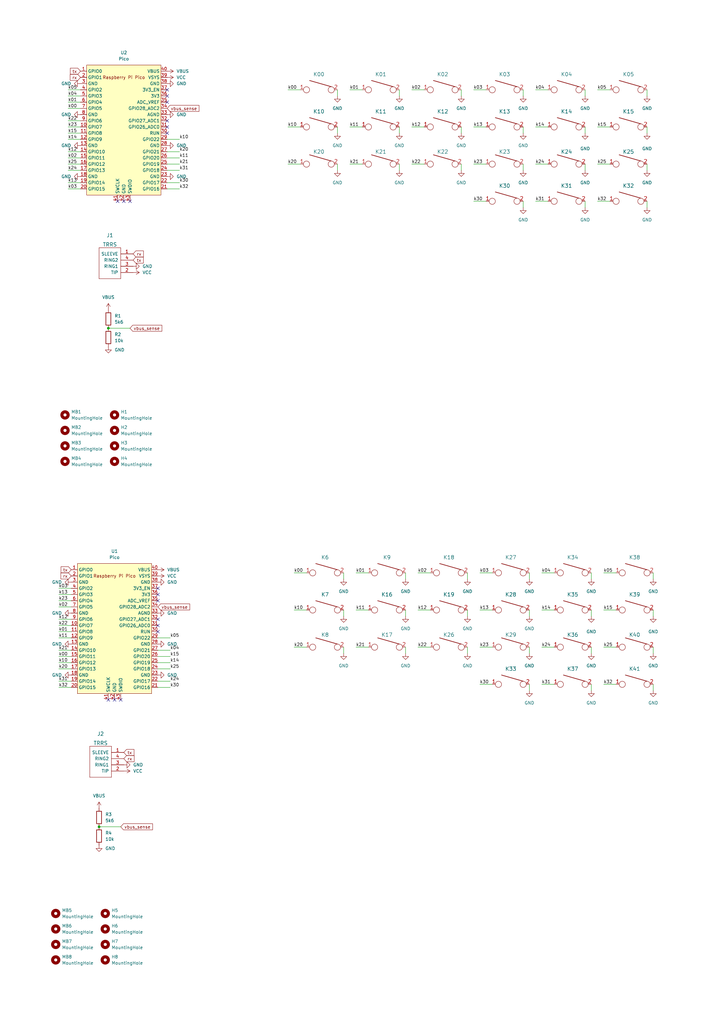
<source format=kicad_sch>
(kicad_sch (version 20231120) (generator "eeschema") (generator_version "8.0")
  (paper "A3" portrait)
  (title_block (rev "rev1.0"))
  (lib_symbols
    (symbol "Device:R" (pin_numbers hide) (pin_names (offset 0))
      (property "Reference" "R" (at 2.032 0 90))
      (property "Value" "R" (at 0 0 90))
      (symbol "R_0_1"
        (rectangle (start -1.016 -2.54) (end 1.016 2.54) (stroke (width 0.254)))
      )
      (symbol "R_1_1"
        (pin passive line (at 0 3.81 270) (length 1.27) (name "~") (number "1"))
        (pin passive line (at 0 -3.81 90) (length 1.27) (name "~") (number "2"))
      )
    )
    (symbol "KiCad-RP-Pico:Pico"
      (property "Reference" "U" (at -13.97 27.94 0))
      (property "Value" "Pico" (at 0 19.05 0))
      (symbol "Pico_0_0"
        (text "Raspberry Pi Pico" (at 0 21.59 0) (effects (font (size 1.27 1.27))))
      )
      (symbol "Pico_0_1"
        (rectangle (start -15.24 26.67) (end 15.24 -26.67) (fill (type background)))
      )
      (symbol "Pico_1_1"
        (pin bidirectional line (at -17.78 24.13 0) (length 2.54) (name "GPIO0") (number "1"))
        (pin bidirectional line (at -17.78 1.27 0) (length 2.54) (name "GPIO7") (number "10"))
        (pin bidirectional line (at -17.78 -1.27 0) (length 2.54) (name "GPIO8") (number "11"))
        (pin bidirectional line (at -17.78 -3.81 0) (length 2.54) (name "GPIO9") (number "12"))
        (pin power_in line (at -17.78 -6.35 0) (length 2.54) (name "GND") (number "13"))
        (pin bidirectional line (at -17.78 -8.89 0) (length 2.54) (name "GPIO10") (number "14"))
        (pin bidirectional line (at -17.78 -11.43 0) (length 2.54) (name "GPIO11") (number "15"))
        (pin bidirectional line (at -17.78 -13.97 0) (length 2.54) (name "GPIO12") (number "16"))
        (pin bidirectional line (at -17.78 -16.51 0) (length 2.54) (name "GPIO13") (number "17"))
        (pin power_in line (at -17.78 -19.05 0) (length 2.54) (name "GND") (number "18"))
        (pin bidirectional line (at -17.78 -21.59 0) (length 2.54) (name "GPIO14") (number "19"))
        (pin bidirectional line (at -17.78 21.59 0) (length 2.54) (name "GPIO1") (number "2"))
        (pin bidirectional line (at -17.78 -24.13 0) (length 2.54) (name "GPIO15") (number "20"))
        (pin bidirectional line (at 17.78 -24.13 180) (length 2.54) (name "GPIO16") (number "21"))
        (pin bidirectional line (at 17.78 -21.59 180) (length 2.54) (name "GPIO17") (number "22"))
        (pin power_in line (at 17.78 -19.05 180) (length 2.54) (name "GND") (number "23"))
        (pin bidirectional line (at 17.78 -16.51 180) (length 2.54) (name "GPIO18") (number "24"))
        (pin bidirectional line (at 17.78 -13.97 180) (length 2.54) (name "GPIO19") (number "25"))
        (pin bidirectional line (at 17.78 -11.43 180) (length 2.54) (name "GPIO20") (number "26"))
        (pin bidirectional line (at 17.78 -8.89 180) (length 2.54) (name "GPIO21") (number "27"))
        (pin power_in line (at 17.78 -6.35 180) (length 2.54) (name "GND") (number "28"))
        (pin bidirectional line (at 17.78 -3.81 180) (length 2.54) (name "GPIO22") (number "29"))
        (pin power_in line (at -17.78 19.05 0) (length 2.54) (name "GND") (number "3"))
        (pin input line (at 17.78 -1.27 180) (length 2.54) (name "RUN") (number "30"))
        (pin bidirectional line (at 17.78 1.27 180) (length 2.54) (name "GPIO26_ADC0") (number "31"))
        (pin bidirectional line (at 17.78 3.81 180) (length 2.54) (name "GPIO27_ADC1") (number "32"))
        (pin power_in line (at 17.78 6.35 180) (length 2.54) (name "AGND") (number "33"))
        (pin bidirectional line (at 17.78 8.89 180) (length 2.54) (name "GPIO28_ADC2") (number "34"))
        (pin power_in line (at 17.78 11.43 180) (length 2.54) (name "ADC_VREF") (number "35"))
        (pin power_in line (at 17.78 13.97 180) (length 2.54) (name "3V3") (number "36"))
        (pin input line (at 17.78 16.51 180) (length 2.54) (name "3V3_EN") (number "37"))
        (pin bidirectional line (at 17.78 19.05 180) (length 2.54) (name "GND") (number "38"))
        (pin power_in line (at 17.78 21.59 180) (length 2.54) (name "VSYS") (number "39"))
        (pin bidirectional line (at -17.78 16.51 0) (length 2.54) (name "GPIO2") (number "4"))
        (pin power_in line (at 17.78 24.13 180) (length 2.54) (name "VBUS") (number "40"))
        (pin input line (at -2.54 -29.21 90) (length 2.54) (name "SWCLK") (number "41"))
        (pin power_in line (at 0 -29.21 90) (length 2.54) (name "GND") (number "42"))
        (pin bidirectional line (at 2.54 -29.21 90) (length 2.54) (name "SWDIO") (number "43"))
        (pin bidirectional line (at -17.78 13.97 0) (length 2.54) (name "GPIO3") (number "5"))
        (pin bidirectional line (at -17.78 11.43 0) (length 2.54) (name "GPIO4") (number "6"))
        (pin bidirectional line (at -17.78 8.89 0) (length 2.54) (name "GPIO5") (number "7"))
        (pin power_in line (at -17.78 6.35 0) (length 2.54) (name "GND") (number "8"))
        (pin bidirectional line (at -17.78 3.81 0) (length 2.54) (name "GPIO6") (number "9"))
      )
    )
    (symbol "Mechanical:MountingHole" (pin_names (offset 1.016))
      (property "Reference" "H" (at 0 5.08 0))
      (property "Value" "MountingHole" (at 0 3.175 0))
      (symbol "MountingHole_0_1"
        (circle (center 0 0) (radius 1.27) (stroke (width 1.27)))
      )
    )
    (symbol "keebio:TRRS" (pin_names (offset 1.016))
      (property "Reference" "U" (at 0 15.24 0))
      (property "Value" "TRRS" (at 0 -2.54 0))
      (symbol "TRRS_0_1"
        (rectangle (start -3.81 0) (end -3.81 12.7))
        (rectangle (start -3.81 12.7) (end 5.08 12.7))
        (rectangle (start 5.08 0) (end -3.81 0))
        (rectangle (start 5.08 12.7) (end 5.08 0))
      )
      (symbol "TRRS_1_1"
        (pin input line (at -8.89 2.54 0) (length 5.08) (name "SLEEVE") (number "1"))
        (pin input line (at -8.89 10.16 0) (length 5.08) (name "TIP") (number "2"))
        (pin input line (at -8.89 7.62 0) (length 5.08) (name "RING1") (number "3"))
        (pin input line (at -8.89 5.08 0) (length 5.08) (name "RING2") (number "4"))
      )
    )
    (symbol "keyboard_parts:KEYSW" (pin_names (offset 1.016))
      (property "Reference" "K?" (at -1.27 0 0))
      (symbol "KEYSW_0_1"
        (circle (center -5.08 0) (radius 1.27))
        (polyline (pts (xy -5.08 1.27) (xy 3.81 3.81)) (stroke (width 0.254)))
        (circle (center 5.08 0) (radius 1.27))
      )
      (symbol "KEYSW_1_1"
        (pin passive line (at 7.62 0 180) (length 1.27) (name "~") (number "1"))
        (pin passive line (at -7.62 0 0) (length 1.27) (name "~") (number "2"))
      )
    )
    (symbol "power:GND" (power) (pin_names (offset 0))
      (property "Value" "GND" (at 0 -3.81 0))
      (symbol "GND_0_1"
        (polyline (pts (xy 0 0) (xy 0 -1.27) (xy 1.27 -1.27) (xy 0 -2.54) (xy -1.27 -1.27) (xy 0 -1.27)))
      )
      (symbol "GND_1_1"
        (pin power_in line (at 0 0 270) (length 0) hide (name "GND") (number "1"))
      )
    )
    (symbol "power:VBUS" (power) (pin_names (offset 0))
      (property "Value" "VBUS" (at 0 3.81 0))
      (symbol "VBUS_0_1"
        (polyline (pts (xy -0.762 1.27) (xy 0 2.54)))
        (polyline (pts (xy 0 0) (xy 0 2.54)))
        (polyline (pts (xy 0 2.54) (xy 0.762 1.27)))
      )
      (symbol "VBUS_1_1"
        (pin power_in line (at 0 0 90) (length 0) hide (name "VBUS") (number "1"))
      )
    )
    (symbol "power:VCC" (power) (pin_names (offset 0))
      (property "Value" "VCC" (at 0 3.81 0))
      (symbol "VCC_0_1"
        (polyline (pts (xy -0.762 1.27) (xy 0 2.54)))
        (polyline (pts (xy 0 0) (xy 0 2.54)))
        (polyline (pts (xy 0 2.54) (xy 0.762 1.27)))
      )
      (symbol "VCC_1_1"
        (pin power_in line (at 0 0 90) (length 0) hide (name "VCC") (number "1"))
      )
    )
  )
  (junction (at 40.64 339.09))
  (junction (at 44.45 134.62))
  (no_connect (at 44.45 287.02))
  (no_connect (at 64.77 256.54))
  (no_connect (at 64.77 243.84))
  (no_connect (at 68.58 49.53))
  (no_connect (at 53.34 82.55))
  (no_connect (at 50.8 82.55))
  (no_connect (at 48.26 82.55))
  (no_connect (at 64.77 259.08))
  (no_connect (at 49.53 287.02))
  (no_connect (at 68.58 52.07))
  (no_connect (at 64.77 241.3))
  (no_connect (at 68.58 39.37))
  (no_connect (at 68.58 41.91))
  (no_connect (at 68.58 36.83))
  (no_connect (at 68.58 54.61))
  (no_connect (at 64.77 246.38))
  (no_connect (at 64.77 254))
  (no_connect (at 46.99 287.02))
  (wire (pts (xy 143.51 67.31) (xy 148.59 67.31)))
  (wire (pts (xy 27.94 41.91) (xy 33.02 41.91)))
  (wire (pts (xy 217.17 252.73) (xy 217.17 250.19)))
  (wire (pts (xy 171.45 250.19) (xy 176.53 250.19)))
  (wire (pts (xy 194.31 52.07) (xy 199.39 52.07)))
  (wire (pts (xy 120.65 234.95) (xy 125.73 234.95)))
  (wire (pts (xy 247.65 280.67) (xy 252.73 280.67)))
  (wire (pts (xy 64.77 266.7) (xy 69.85 266.7)))
  (wire (pts (xy 245.11 36.83) (xy 250.19 36.83)))
  (wire (pts (xy 222.25 280.67) (xy 227.33 280.67)))
  (wire (pts (xy 242.57 237.49) (xy 242.57 234.95)))
  (wire (pts (xy 166.37 237.49) (xy 166.37 234.95)))
  (wire (pts (xy 24.13 269.24) (xy 29.21 269.24)))
  (wire (pts (xy 118.11 52.07) (xy 123.19 52.07)))
  (wire (pts (xy 194.31 67.31) (xy 199.39 67.31)))
  (wire (pts (xy 68.58 67.31) (xy 73.66 67.31)))
  (wire (pts (xy 24.13 246.38) (xy 29.21 246.38)))
  (wire (pts (xy 143.51 52.07) (xy 148.59 52.07)))
  (wire (pts (xy 27.94 49.53) (xy 33.02 49.53)))
  (wire (pts (xy 68.58 62.23) (xy 73.66 62.23)))
  (wire (pts (xy 64.77 271.78) (xy 69.85 271.78)))
  (wire (pts (xy 27.94 74.93) (xy 33.02 74.93)))
  (wire (pts (xy 171.45 265.43) (xy 176.53 265.43)))
  (wire (pts (xy 247.65 250.19) (xy 252.73 250.19)))
  (wire (pts (xy 168.91 67.31) (xy 173.99 67.31)))
  (wire (pts (xy 217.17 283.21) (xy 217.17 280.67)))
  (wire (pts (xy 24.13 248.92) (xy 29.21 248.92)))
  (wire (pts (xy 222.25 265.43) (xy 227.33 265.43)))
  (wire (pts (xy 245.11 67.31) (xy 250.19 67.31)))
  (wire (pts (xy 189.23 69.85) (xy 189.23 67.31)))
  (wire (pts (xy 138.43 69.85) (xy 138.43 67.31)))
  (wire (pts (xy 240.03 54.61) (xy 240.03 52.07)))
  (wire (pts (xy 214.63 54.61) (xy 214.63 52.07)))
  (wire (pts (xy 138.43 54.61) (xy 138.43 52.07)))
  (wire (pts (xy 27.94 67.31) (xy 33.02 67.31)))
  (wire (pts (xy 27.94 77.47) (xy 33.02 77.47)))
  (wire (pts (xy 168.91 52.07) (xy 173.99 52.07)))
  (wire (pts (xy 240.03 85.09) (xy 240.03 82.55)))
  (wire (pts (xy 265.43 54.61) (xy 265.43 52.07)))
  (wire (pts (xy 194.31 82.55) (xy 199.39 82.55)))
  (wire (pts (xy 191.77 267.97) (xy 191.77 265.43)))
  (wire (pts (xy 219.71 52.07) (xy 224.79 52.07)))
  (wire (pts (xy 68.58 57.15) (xy 73.66 57.15)))
  (wire (pts (xy 24.13 254) (xy 29.21 254)))
  (wire (pts (xy 222.25 234.95) (xy 227.33 234.95)))
  (wire (pts (xy 194.31 36.83) (xy 199.39 36.83)))
  (wire (pts (xy 214.63 85.09) (xy 214.63 82.55)))
  (wire (pts (xy 265.43 69.85) (xy 265.43 67.31)))
  (wire (pts (xy 118.11 67.31) (xy 123.19 67.31)))
  (wire (pts (xy 247.65 265.43) (xy 252.73 265.43)))
  (wire (pts (xy 27.94 69.85) (xy 33.02 69.85)))
  (wire (pts (xy 27.94 54.61) (xy 33.02 54.61)))
  (wire (pts (xy 138.43 39.37) (xy 138.43 36.83)))
  (wire (pts (xy 189.23 54.61) (xy 189.23 52.07)))
  (wire (pts (xy 163.83 69.85) (xy 163.83 67.31)))
  (wire (pts (xy 247.65 234.95) (xy 252.73 234.95)))
  (wire (pts (xy 64.77 279.4) (xy 69.85 279.4)))
  (wire (pts (xy 240.03 69.85) (xy 240.03 67.31)))
  (wire (pts (xy 146.05 234.95) (xy 151.13 234.95)))
  (wire (pts (xy 242.57 252.73) (xy 242.57 250.19)))
  (wire (pts (xy 120.65 250.19) (xy 125.73 250.19)))
  (wire (pts (xy 140.97 237.49) (xy 140.97 234.95)))
  (wire (pts (xy 146.05 265.43) (xy 151.13 265.43)))
  (wire (pts (xy 219.71 36.83) (xy 224.79 36.83)))
  (wire (pts (xy 118.11 36.83) (xy 123.19 36.83)))
  (wire (pts (xy 27.94 39.37) (xy 33.02 39.37)))
  (wire (pts (xy 27.94 57.15) (xy 33.02 57.15)))
  (wire (pts (xy 196.85 280.67) (xy 201.93 280.67)))
  (wire (pts (xy 163.83 54.61) (xy 163.83 52.07)))
  (wire (pts (xy 24.13 274.32) (xy 29.21 274.32)))
  (wire (pts (xy 168.91 36.83) (xy 173.99 36.83)))
  (wire (pts (xy 64.77 274.32) (xy 69.85 274.32)))
  (wire (pts (xy 191.77 237.49) (xy 191.77 234.95)))
  (wire (pts (xy 191.77 252.73) (xy 191.77 250.19)))
  (wire (pts (xy 267.97 283.21) (xy 267.97 280.67)))
  (wire (pts (xy 217.17 237.49) (xy 217.17 234.95)))
  (wire (pts (xy 68.58 74.93) (xy 73.66 74.93)))
  (wire (pts (xy 196.85 265.43) (xy 201.93 265.43)))
  (wire (pts (xy 166.37 267.97) (xy 166.37 265.43)))
  (wire (pts (xy 242.57 267.97) (xy 242.57 265.43)))
  (wire (pts (xy 222.25 250.19) (xy 227.33 250.19)))
  (wire (pts (xy 24.13 261.62) (xy 29.21 261.62)))
  (wire (pts (xy 196.85 234.95) (xy 201.93 234.95)))
  (wire (pts (xy 24.13 271.78) (xy 29.21 271.78)))
  (wire (pts (xy 24.13 279.4) (xy 29.21 279.4)))
  (wire (pts (xy 64.77 281.94) (xy 69.85 281.94)))
  (wire (pts (xy 27.94 36.83) (xy 33.02 36.83)))
  (wire (pts (xy 27.94 64.77) (xy 33.02 64.77)))
  (wire (pts (xy 40.64 339.09) (xy 49.53 339.09)))
  (wire (pts (xy 64.77 261.62) (xy 69.85 261.62)))
  (wire (pts (xy 24.13 241.3) (xy 29.21 241.3)))
  (wire (pts (xy 44.45 134.62) (xy 53.34 134.62)))
  (wire (pts (xy 120.65 265.43) (xy 125.73 265.43)))
  (wire (pts (xy 68.58 77.47) (xy 73.66 77.47)))
  (wire (pts (xy 189.23 39.37) (xy 189.23 36.83)))
  (wire (pts (xy 245.11 52.07) (xy 250.19 52.07)))
  (wire (pts (xy 27.94 44.45) (xy 33.02 44.45)))
  (wire (pts (xy 219.71 67.31) (xy 224.79 67.31)))
  (wire (pts (xy 68.58 64.77) (xy 73.66 64.77)))
  (wire (pts (xy 146.05 250.19) (xy 151.13 250.19)))
  (wire (pts (xy 24.13 256.54) (xy 29.21 256.54)))
  (wire (pts (xy 163.83 39.37) (xy 163.83 36.83)))
  (wire (pts (xy 196.85 250.19) (xy 201.93 250.19)))
  (wire (pts (xy 140.97 252.73) (xy 140.97 250.19)))
  (wire (pts (xy 219.71 82.55) (xy 224.79 82.55)))
  (wire (pts (xy 166.37 252.73) (xy 166.37 250.19)))
  (wire (pts (xy 140.97 267.97) (xy 140.97 265.43)))
  (wire (pts (xy 265.43 39.37) (xy 265.43 36.83)))
  (wire (pts (xy 24.13 243.84) (xy 29.21 243.84)))
  (wire (pts (xy 240.03 39.37) (xy 240.03 36.83)))
  (wire (pts (xy 245.11 82.55) (xy 250.19 82.55)))
  (wire (pts (xy 217.17 267.97) (xy 217.17 265.43)))
  (wire (pts (xy 267.97 252.73) (xy 267.97 250.19)))
  (wire (pts (xy 267.97 267.97) (xy 267.97 265.43)))
  (wire (pts (xy 24.13 266.7) (xy 29.21 266.7)))
  (wire (pts (xy 267.97 237.49) (xy 267.97 234.95)))
  (wire (pts (xy 64.77 269.24) (xy 69.85 269.24)))
  (wire (pts (xy 24.13 259.08) (xy 29.21 259.08)))
  (wire (pts (xy 214.63 39.37) (xy 214.63 36.83)))
  (wire (pts (xy 27.94 52.07) (xy 33.02 52.07)))
  (wire (pts (xy 27.94 62.23) (xy 33.02 62.23)))
  (wire (pts (xy 143.51 36.83) (xy 148.59 36.83)))
  (wire (pts (xy 24.13 281.94) (xy 29.21 281.94)))
  (wire (pts (xy 171.45 234.95) (xy 176.53 234.95)))
  (wire (pts (xy 68.58 69.85) (xy 73.66 69.85)))
  (wire (pts (xy 242.57 283.21) (xy 242.57 280.67)))
  (wire (pts (xy 265.43 85.09) (xy 265.43 82.55)))
  (wire (pts (xy 214.63 69.85) (xy 214.63 67.31)))
  (label "k11" (at 73.66 64.77 0))
  (label "k25" (at 247.65 265.43 0))
  (label "k21" (at 73.66 67.31 0))
  (label "k11" (at 24.13 261.62 0))
  (label "k24" (at 222.25 265.43 0))
  (label "k14" (at 222.25 250.19 0))
  (label "k31" (at 24.13 279.4 0))
  (label "k24" (at 69.85 279.4 0))
  (label "k13" (at 27.94 74.93 0))
  (label "k03" (at 196.85 234.95 0))
  (label "k30" (at 194.31 82.55 0))
  (label "k02" (at 24.13 248.92 0))
  (label "k20" (at 24.13 274.32 0))
  (label "k02" (at 168.91 36.83 0))
  (label "k25" (at 69.85 274.32 0))
  (label "k04" (at 219.71 36.83 0))
  (label "k15" (at 247.65 250.19 0))
  (label "k20" (at 73.66 62.23 0))
  (label "k21" (at 24.13 266.7 0))
  (label "k00" (at 27.94 44.45 0))
  (label "k02" (at 171.45 234.95 0))
  (label "k01" (at 27.94 41.91 0))
  (label "k00" (at 118.11 36.83 0))
  (label "k20" (at 120.65 265.43 0))
  (label "k32" (at 247.65 280.67 0))
  (label "k23" (at 24.13 246.38 0))
  (label "k03" (at 194.31 36.83 0))
  (label "k30" (at 69.85 281.94 0))
  (label "k15" (at 245.11 52.07 0))
  (label "k23" (at 194.31 67.31 0))
  (label "k14" (at 69.85 271.78 0))
  (label "k13" (at 24.13 243.84 0))
  (label "k10" (at 73.66 57.15 0))
  (label "k24" (at 219.71 67.31 0))
  (label "k30" (at 196.85 280.67 0))
  (label "k05" (at 245.11 36.83 0))
  (label "k32" (at 73.66 77.47 0))
  (label "k00" (at 120.65 234.95 0))
  (label "k12" (at 24.13 254 0))
  (label "k22" (at 168.91 67.31 0))
  (label "k12" (at 171.45 250.19 0))
  (label "k03" (at 27.94 77.47 0))
  (label "k02" (at 27.94 64.77 0))
  (label "k01" (at 143.51 36.83 0))
  (label "k22" (at 27.94 49.53 0))
  (label "k01" (at 146.05 234.95 0))
  (label "k22" (at 171.45 265.43 0))
  (label "k05" (at 69.85 261.62 0))
  (label "k11" (at 146.05 250.19 0))
  (label "k10" (at 118.11 52.07 0))
  (label "k01" (at 24.13 259.08 0))
  (label "k12" (at 27.94 62.23 0))
  (label "k31" (at 222.25 280.67 0))
  (label "k30" (at 73.66 74.93 0))
  (label "k10" (at 120.65 250.19 0))
  (label "k10" (at 24.13 271.78 0))
  (label "k00" (at 24.13 269.24 0))
  (label "k31" (at 73.66 69.85 0))
  (label "k22" (at 24.13 256.54 0))
  (label "k05" (at 247.65 234.95 0))
  (label "k21" (at 146.05 265.43 0))
  (label "k24" (at 27.94 69.85 0))
  (label "k32" (at 245.11 82.55 0))
  (label "k23" (at 196.85 265.43 0))
  (label "k14" (at 219.71 52.07 0))
  (label "k12" (at 168.91 52.07 0))
  (label "k23" (at 27.94 52.07 0))
  (label "k32" (at 24.13 281.94 0))
  (label "k03" (at 24.13 241.3 0))
  (label "k11" (at 143.51 52.07 0))
  (label "k15" (at 27.94 54.61 0))
  (label "k25" (at 27.94 67.31 0))
  (label "k04" (at 27.94 39.37 0))
  (label "k31" (at 219.71 82.55 0))
  (label "k04" (at 222.25 234.95 0))
  (label "k13" (at 194.31 52.07 0))
  (label "k21" (at 143.51 67.31 0))
  (label "k13" (at 196.85 250.19 0))
  (label "k25" (at 245.11 67.31 0))
  (label "k15" (at 69.85 269.24 0))
  (label "k05" (at 27.94 36.83 0))
  (label "k04" (at 69.85 266.7 0))
  (label "k14" (at 27.94 57.15 0))
  (label "k20" (at 118.11 67.31 0))
  (global_label "tx" (shape input) (at 50.8 308.61 0) (property "Intersheetrefs" "${INTERSHEET_REFS}" (effects (hide yes))))
  (global_label "vbus_sense" (shape input) (at 64.77 248.92 0) (property "Intersheetrefs" "${INTERSHEET_REFS}" (effects (hide yes))))
  (global_label "rx" (shape input) (at 29.21 236.22 180) (property "Intersheetrefs" "${INTERSHEET_REFS}" (effects (hide yes))))
  (global_label "rx" (shape input) (at 54.61 104.14 0) (property "Intersheetrefs" "${INTERSHEET_REFS}" (effects (hide yes))))
  (global_label "rx" (shape input) (at 50.8 311.15 0) (property "Intersheetrefs" "${INTERSHEET_REFS}" (effects (hide yes))))
  (global_label "vbus_sense" (shape input) (at 53.34 134.62 0) (property "Intersheetrefs" "${INTERSHEET_REFS}" (effects (hide yes))))
  (global_label "tx" (shape input) (at 54.61 106.68 0) (property "Intersheetrefs" "${INTERSHEET_REFS}" (effects (hide yes))))
  (global_label "tx" (shape input) (at 29.21 233.68 180) (property "Intersheetrefs" "${INTERSHEET_REFS}" (effects (hide yes))))
  (global_label "vbus_sense" (shape input) (at 49.53 339.09 0) (property "Intersheetrefs" "${INTERSHEET_REFS}" (effects (hide yes))))
  (global_label "tx" (shape input) (at 33.02 29.21 180) (property "Intersheetrefs" "${INTERSHEET_REFS}" (effects (hide yes))))
  (global_label "vbus_sense" (shape input) (at 68.58 44.45 0) (property "Intersheetrefs" "${INTERSHEET_REFS}" (effects (hide yes))))
  (global_label "rx" (shape input) (at 33.02 31.75 180) (property "Intersheetrefs" "${INTERSHEET_REFS}" (effects (hide yes))))
  (symbol (lib_id "keyboard_parts:KEYSW") (at 184.15 234.95 0) (mirror y) (unit 1)
    (property "Reference" "K18" (at 184.15 228.6 0) (effects (font (size 1.524 1.524))))
    (property "Value" "KEYSW" (effects (hide yes)))
    (property "Footprint" "keyswitches:SW_PG1350_reversible" (effects (hide yes)))
  )
  (symbol (lib_id "keyboard_parts:KEYSW") (at 257.81 82.55 0) (mirror y) (unit 1)
    (property "Reference" "K32" (at 257.81 76.2 0) (effects (font (size 1.524 1.524))))
    (property "Value" "KEYSW" (effects (hide yes)))
    (property "Footprint" "keyswitches:SW_PG1350_reversible" (effects (hide yes)))
  )
  (symbol (lib_id "power:GND") (at 191.77 237.49 0) (unit 1)
    (property "Reference" "#PWR021" (effects (hide yes)))
    (property "Value" "GND" (at 191.77 242.57 0))
  )
  (symbol (lib_id "Mechanical:MountingHole") (at 26.67 182.88 0) (unit 1)
    (property "Reference" "MB3" (at 29.21 181.6099 0) (effects (justify left)))
    (property "Value" "MountingHole" (at 29.21 184.1499 0) (effects (justify left)))
    (property "Footprint" "beekeeb_lib:mousebites" (effects (hide yes)))
  )
  (symbol (lib_id "power:GND") (at 217.17 252.73 0) (unit 1)
    (property "Reference" "#PWR025" (effects (hide yes)))
    (property "Value" "GND" (at 217.17 257.81 0))
  )
  (symbol (lib_id "power:GND") (at 29.21 251.46 270) (unit 1)
    (property "Reference" "#PWR02" (effects (hide yes)))
    (property "Value" "GND" (at 25.4 251.4599 90) (effects (justify right)))
  )
  (symbol (lib_id "keyboard_parts:KEYSW") (at 234.95 280.67 0) (mirror y) (unit 1)
    (property "Reference" "K37" (at 234.95 274.32 0) (effects (font (size 1.524 1.524))))
    (property "Value" "KEYSW" (effects (hide yes)))
    (property "Footprint" "keyswitches:SW_PG1350_reversible" (effects (hide yes)))
  )
  (symbol (lib_id "power:GND") (at 189.23 54.61 0) (unit 1)
    (property "Reference" "#PWR0104" (effects (hide yes)))
    (property "Value" "GND" (at 189.23 59.69 0))
  )
  (symbol (lib_id "keyboard_parts:KEYSW") (at 209.55 250.19 0) (mirror y) (unit 1)
    (property "Reference" "K28" (at 209.55 243.84 0) (effects (font (size 1.524 1.524))))
    (property "Value" "KEYSW" (effects (hide yes)))
    (property "Footprint" "keyswitches:SW_PG1350_reversible" (effects (hide yes)))
  )
  (symbol (lib_id "Device:R") (at 40.64 335.28 0) (unit 1)
    (property "Reference" "R3" (at 43.18 334.0099 0) (effects (justify left)))
    (property "Value" "5k6" (at 43.18 336.5499 0) (effects (justify left)))
    (property "Footprint" "Resistor_SMD:R_1206_3216Metric_Pad1.30x1.75mm_HandSolder" (effects (hide yes)))
  )
  (symbol (lib_id "power:VBUS") (at 68.58 29.21 270) (unit 1)
    (property "Reference" "#PWR0124" (effects (hide yes)))
    (property "Value" "VBUS" (at 72.39 29.2099 90) (effects (justify left)))
  )
  (symbol (lib_id "keyboard_parts:KEYSW") (at 209.55 265.43 0) (mirror y) (unit 1)
    (property "Reference" "K29" (at 209.55 260.35 0) (effects (font (size 1.524 1.524))))
    (property "Value" "KEYSW" (effects (hide yes)))
    (property "Footprint" "keyswitches:SW_PG1350_reversible" (effects (hide yes)))
  )
  (symbol (lib_id "power:GND") (at 140.97 252.73 0) (unit 1)
    (property "Reference" "#PWR016" (effects (hide yes)))
    (property "Value" "GND" (at 140.97 257.81 0))
  )
  (symbol (lib_id "power:GND") (at 140.97 267.97 0) (unit 1)
    (property "Reference" "#PWR017" (effects (hide yes)))
    (property "Value" "GND" (at 140.97 273.05 0))
  )
  (symbol (lib_id "power:GND") (at 29.21 264.16 270) (unit 1)
    (property "Reference" "#PWR03" (effects (hide yes)))
    (property "Value" "GND" (at 25.4 264.1599 90) (effects (justify right)))
  )
  (symbol (lib_id "power:GND") (at 191.77 267.97 0) (unit 1)
    (property "Reference" "#PWR023" (effects (hide yes)))
    (property "Value" "GND" (at 191.77 273.05 0))
  )
  (symbol (lib_id "Mechanical:MountingHole") (at 22.86 393.7 0) (unit 1)
    (property "Reference" "MB8" (at 25.4 392.4299 0) (effects (justify left)))
    (property "Value" "MountingHole" (at 25.4 394.9699 0) (effects (justify left)))
    (property "Footprint" "beekeeb_lib:mousebites" (effects (hide yes)))
  )
  (symbol (lib_id "keyboard_parts:KEYSW") (at 133.35 250.19 0) (mirror y) (unit 1)
    (property "Reference" "K7" (at 133.35 243.84 0) (effects (font (size 1.524 1.524))))
    (property "Value" "KEYSW" (effects (hide yes)))
    (property "Footprint" "keyswitches:SW_PG1350_reversible" (effects (hide yes)))
  )
  (symbol (lib_id "keyboard_parts:KEYSW") (at 260.35 250.19 0) (mirror y) (unit 1)
    (property "Reference" "K39" (at 260.35 243.84 0) (effects (font (size 1.524 1.524))))
    (property "Value" "KEYSW" (effects (hide yes)))
    (property "Footprint" "keyswitches:SW_PG1350_reversible" (effects (hide yes)))
  )
  (symbol (lib_id "power:GND") (at 40.64 346.71 0) (unit 1)
    (property "Reference" "#PWR06" (effects (hide yes)))
    (property "Value" "GND" (at 43.18 347.9799 0) (effects (justify left)))
  )
  (symbol (lib_id "power:GND") (at 33.02 59.69 270) (unit 1)
    (property "Reference" "#PWR0128" (effects (hide yes)))
    (property "Value" "GND" (at 29.21 59.6899 90) (effects (justify right)))
  )
  (symbol (lib_id "keyboard_parts:KEYSW") (at 232.41 67.31 0) (mirror y) (unit 1)
    (property "Reference" "K24" (at 232.41 62.23 0) (effects (font (size 1.524 1.524))))
    (property "Value" "KEYSW" (effects (hide yes)))
    (property "Footprint" "keyswitches:SW_PG1350_reversible" (effects (hide yes)))
  )
  (symbol (lib_id "power:GND") (at 68.58 46.99 90) (unit 1)
    (property "Reference" "#PWR0111" (effects (hide yes)))
    (property "Value" "GND" (at 72.39 46.9899 90) (effects (justify right)))
  )
  (symbol (lib_id "keyboard_parts:KEYSW") (at 209.55 234.95 0) (mirror y) (unit 1)
    (property "Reference" "K27" (at 209.55 228.6 0) (effects (font (size 1.524 1.524))))
    (property "Value" "KEYSW" (effects (hide yes)))
    (property "Footprint" "keyswitches:SW_PG1350_reversible" (effects (hide yes)))
  )
  (symbol (lib_id "power:GND") (at 54.61 109.22 90) (unit 1)
    (property "Reference" "#PWR0126" (effects (hide yes)))
    (property "Value" "GND" (at 58.42 109.2199 90) (effects (justify right)))
  )
  (symbol (lib_id "power:GND") (at 217.17 267.97 0) (unit 1)
    (property "Reference" "#PWR026" (effects (hide yes)))
    (property "Value" "GND" (at 217.17 273.05 0))
  )
  (symbol (lib_id "keyboard_parts:KEYSW") (at 234.95 234.95 0) (mirror y) (unit 1)
    (property "Reference" "K34" (at 234.95 228.6 0) (effects (font (size 1.524 1.524))))
    (property "Value" "KEYSW" (effects (hide yes)))
    (property "Footprint" "keyswitches:SW_PG1350_reversible" (effects (hide yes)))
  )
  (symbol (lib_id "keyboard_parts:KEYSW") (at 130.81 36.83 0) (mirror y) (unit 1)
    (property "Reference" "K00" (at 130.81 30.48 0) (effects (font (size 1.524 1.524))))
    (property "Value" "KEYSW" (effects (hide yes)))
    (property "Footprint" "keyswitches:SW_PG1350_reversible" (effects (hide yes)))
  )
  (symbol (lib_id "Mechanical:MountingHole") (at 46.99 189.23 0) (unit 1)
    (property "Reference" "H4" (at 49.53 187.9599 0) (effects (justify left)))
    (property "Value" "MountingHole" (at 49.53 190.4999 0) (effects (justify left)))
    (property "Footprint" "beekeeb_lib:MountingHole_2.2mm_M2-8mm" (effects (hide yes)))
  )
  (symbol (lib_id "power:VBUS") (at 44.45 127 0) (unit 1)
    (property "Reference" "#PWR0125" (effects (hide yes)))
    (property "Value" "VBUS" (at 44.45 121.92 0))
  )
  (symbol (lib_id "power:GND") (at 166.37 252.73 0) (unit 1)
    (property "Reference" "#PWR019" (effects (hide yes)))
    (property "Value" "GND" (at 166.37 257.81 0))
  )
  (symbol (lib_id "keyboard_parts:KEYSW") (at 257.81 52.07 0) (mirror y) (unit 1)
    (property "Reference" "K15" (at 257.81 45.72 0) (effects (font (size 1.524 1.524))))
    (property "Value" "KEYSW" (effects (hide yes)))
    (property "Footprint" "keyswitches:SW_PG1350_reversible" (effects (hide yes)))
  )
  (symbol (lib_id "keyboard_parts:KEYSW") (at 158.75 234.95 0) (mirror y) (unit 1)
    (property "Reference" "K9" (at 158.75 228.6 0) (effects (font (size 1.524 1.524))))
    (property "Value" "KEYSW" (effects (hide yes)))
    (property "Footprint" "keyswitches:SW_PG1350_reversible" (effects (hide yes)))
  )
  (symbol (lib_id "power:GND") (at 29.21 276.86 270) (unit 1)
    (property "Reference" "#PWR04" (effects (hide yes)))
    (property "Value" "GND" (at 25.4 276.8599 90) (effects (justify right)))
  )
  (symbol (lib_id "power:GND") (at 138.43 54.61 0) (unit 1)
    (property "Reference" "#PWR0107" (effects (hide yes)))
    (property "Value" "GND" (at 138.43 59.69 0))
  )
  (symbol (lib_id "power:GND") (at 189.23 69.85 0) (unit 1)
    (property "Reference" "#PWR0105" (effects (hide yes)))
    (property "Value" "GND" (at 189.23 74.93 0))
  )
  (symbol (lib_id "Mechanical:MountingHole") (at 26.67 176.53 0) (unit 1)
    (property "Reference" "MB2" (at 29.21 175.2599 0) (effects (justify left)))
    (property "Value" "MountingHole" (at 29.21 177.7999 0) (effects (justify left)))
    (property "Footprint" "beekeeb_lib:mousebites" (effects (hide yes)))
  )
  (symbol (lib_id "power:GND") (at 242.57 237.49 0) (unit 1)
    (property "Reference" "#PWR028" (effects (hide yes)))
    (property "Value" "GND" (at 242.57 242.57 0))
  )
  (symbol (lib_id "Mechanical:MountingHole") (at 46.99 176.53 0) (unit 1)
    (property "Reference" "H2" (at 49.53 175.2599 0) (effects (justify left)))
    (property "Value" "MountingHole" (at 49.53 177.7999 0) (effects (justify left)))
    (property "Footprint" "beekeeb_lib:MountingHole_2.2mm_M2-8mm" (effects (hide yes)))
  )
  (symbol (lib_id "keyboard_parts:KEYSW") (at 207.01 36.83 0) (mirror y) (unit 1)
    (property "Reference" "K03" (at 207.01 30.48 0) (effects (font (size 1.524 1.524))))
    (property "Value" "KEYSW" (effects (hide yes)))
    (property "Footprint" "keyswitches:SW_PG1350_reversible" (effects (hide yes)))
  )
  (symbol (lib_id "power:GND") (at 240.03 69.85 0) (unit 1)
    (property "Reference" "#PWR0121" (effects (hide yes)))
    (property "Value" "GND" (at 240.03 74.93 0))
  )
  (symbol (lib_id "keyboard_parts:KEYSW") (at 133.35 234.95 0) (mirror y) (unit 1)
    (property "Reference" "K6" (at 133.35 228.6 0) (effects (font (size 1.524 1.524))))
    (property "Value" "KEYSW" (effects (hide yes)))
    (property "Footprint" "keyswitches:SW_PG1350_reversible" (effects (hide yes)))
  )
  (symbol (lib_id "keyboard_parts:KEYSW") (at 181.61 36.83 0) (mirror y) (unit 1)
    (property "Reference" "K02" (at 181.61 30.48 0) (effects (font (size 1.524 1.524))))
    (property "Value" "KEYSW" (effects (hide yes)))
    (property "Footprint" "keyswitches:SW_PG1350_reversible" (effects (hide yes)))
  )
  (symbol (lib_id "keyboard_parts:KEYSW") (at 156.21 52.07 0) (mirror y) (unit 1)
    (property "Reference" "K11" (at 156.21 45.72 0) (effects (font (size 1.524 1.524))))
    (property "Value" "KEYSW" (effects (hide yes)))
    (property "Footprint" "keyswitches:SW_PG1350_reversible" (effects (hide yes)))
  )
  (symbol (lib_id "keyboard_parts:KEYSW") (at 158.75 250.19 0) (mirror y) (unit 1)
    (property "Reference" "K16" (at 158.75 243.84 0) (effects (font (size 1.524 1.524))))
    (property "Value" "KEYSW" (effects (hide yes)))
    (property "Footprint" "keyswitches:SW_PG1350_reversible" (effects (hide yes)))
  )
  (symbol (lib_id "power:GND") (at 166.37 267.97 0) (unit 1)
    (property "Reference" "#PWR020" (effects (hide yes)))
    (property "Value" "GND" (at 166.37 273.05 0))
  )
  (symbol (lib_id "Mechanical:MountingHole") (at 43.18 374.65 0) (unit 1)
    (property "Reference" "H5" (at 45.72 373.3799 0) (effects (justify left)))
    (property "Value" "MountingHole" (at 45.72 375.9199 0) (effects (justify left)))
    (property "Footprint" "beekeeb_lib:MountingHole_2.2mm_M2-8mm" (effects (hide yes)))
  )
  (symbol (lib_id "keyboard_parts:KEYSW") (at 181.61 67.31 0) (mirror y) (unit 1)
    (property "Reference" "K22" (at 181.61 62.23 0) (effects (font (size 1.524 1.524))))
    (property "Value" "KEYSW" (effects (hide yes)))
    (property "Footprint" "keyswitches:SW_PG1350_reversible" (effects (hide yes)))
  )
  (symbol (lib_id "Mechanical:MountingHole") (at 22.86 387.35 0) (unit 1)
    (property "Reference" "MB7" (at 25.4 386.0799 0) (effects (justify left)))
    (property "Value" "MountingHole" (at 25.4 388.6199 0) (effects (justify left)))
    (property "Footprint" "beekeeb_lib:mousebites" (effects (hide yes)))
  )
  (symbol (lib_id "power:GND") (at 242.57 267.97 0) (unit 1)
    (property "Reference" "#PWR030" (effects (hide yes)))
    (property "Value" "GND" (at 242.57 273.05 0))
  )
  (symbol (lib_id "power:GND") (at 265.43 39.37 0) (unit 1)
    (property "Reference" "#PWR0115" (effects (hide yes)))
    (property "Value" "GND" (at 265.43 44.45 0))
  )
  (symbol (lib_id "Device:R") (at 40.64 342.9 0) (unit 1)
    (property "Reference" "R4" (at 43.18 341.6299 0) (effects (justify left)))
    (property "Value" "10k" (at 43.18 344.1699 0) (effects (justify left)))
    (property "Footprint" "Resistor_SMD:R_1206_3216Metric_Pad1.30x1.75mm_HandSolder" (effects (hide yes)))
  )
  (symbol (lib_id "power:GND") (at 265.43 69.85 0) (unit 1)
    (property "Reference" "#PWR0118" (effects (hide yes)))
    (property "Value" "GND" (at 265.43 74.93 0))
  )
  (symbol (lib_id "power:GND") (at 265.43 85.09 0) (unit 1)
    (property "Reference" "#PWR0117" (effects (hide yes)))
    (property "Value" "GND" (at 265.43 90.17 0))
  )
  (symbol (lib_id "Mechanical:MountingHole") (at 26.67 170.18 0) (unit 1)
    (property "Reference" "MB1" (at 29.21 168.9099 0) (effects (justify left)))
    (property "Value" "MountingHole" (at 29.21 171.4499 0) (effects (justify left)))
    (property "Footprint" "beekeeb_lib:mousebites" (effects (hide yes)))
  )
  (symbol (lib_id "keyboard_parts:KEYSW") (at 260.35 234.95 0) (mirror y) (unit 1)
    (property "Reference" "K38" (at 260.35 228.6 0) (effects (font (size 1.524 1.524))))
    (property "Value" "KEYSW" (effects (hide yes)))
    (property "Footprint" "keyswitches:SW_PG1350_reversible" (effects (hide yes)))
  )
  (symbol (lib_id "power:GND") (at 240.03 54.61 0) (unit 1)
    (property "Reference" "#PWR0119" (effects (hide yes)))
    (property "Value" "GND" (at 240.03 60.96 0))
  )
  (symbol (lib_id "power:GND") (at 163.83 69.85 0) (unit 1)
    (property "Reference" "#PWR0101" (effects (hide yes)))
    (property "Value" "GND" (at 163.83 74.93 0))
  )
  (symbol (lib_id "power:GND") (at 64.77 238.76 90) (unit 1)
    (property "Reference" "#PWR011" (effects (hide yes)))
    (property "Value" "GND" (at 68.58 238.7599 90) (effects (justify right)))
  )
  (symbol (lib_id "keyboard_parts:KEYSW") (at 232.41 36.83 0) (mirror y) (unit 1)
    (property "Reference" "K04" (at 232.41 30.48 0) (effects (font (size 1.524 1.524))))
    (property "Value" "KEYSW" (effects (hide yes)))
    (property "Footprint" "keyswitches:SW_PG1350_reversible" (effects (hide yes)))
  )
  (symbol (lib_id "power:GND") (at 240.03 85.09 0) (unit 1)
    (property "Reference" "#PWR0120" (effects (hide yes)))
    (property "Value" "GND" (at 240.03 90.17 0))
  )
  (symbol (lib_id "power:GND") (at 68.58 72.39 90) (unit 1)
    (property "Reference" "#PWR0135" (effects (hide yes)))
    (property "Value" "GND" (at 72.39 72.3899 90) (effects (justify right)))
  )
  (symbol (lib_id "power:GND") (at 267.97 283.21 0) (unit 1)
    (property "Reference" "#PWR035" (effects (hide yes)))
    (property "Value" "GND" (at 267.97 288.29 0))
  )
  (symbol (lib_id "Device:R") (at 44.45 138.43 0) (unit 1)
    (property "Reference" "R2" (at 46.99 137.1599 0) (effects (justify left)))
    (property "Value" "10k" (at 46.99 139.6999 0) (effects (justify left)))
    (property "Footprint" "Resistor_SMD:R_1206_3216Metric_Pad1.30x1.75mm_HandSolder" (effects (hide yes)))
  )
  (symbol (lib_id "power:GND") (at 267.97 252.73 0) (unit 1)
    (property "Reference" "#PWR033" (effects (hide yes)))
    (property "Value" "GND" (at 267.97 259.08 0))
  )
  (symbol (lib_id "keyboard_parts:KEYSW") (at 207.01 82.55 0) (mirror y) (unit 1)
    (property "Reference" "K30" (at 207.01 76.2 0) (effects (font (size 1.524 1.524))))
    (property "Value" "KEYSW" (effects (hide yes)))
    (property "Footprint" "keyswitches:SW_PG1350_reversible" (effects (hide yes)))
  )
  (symbol (lib_id "power:GND") (at 240.03 39.37 0) (unit 1)
    (property "Reference" "#PWR0112" (effects (hide yes)))
    (property "Value" "GND" (at 240.03 44.45 0))
  )
  (symbol (lib_id "power:GND") (at 267.97 237.49 0) (unit 1)
    (property "Reference" "#PWR032" (effects (hide yes)))
    (property "Value" "GND" (at 267.97 242.57 0))
  )
  (symbol (lib_id "KiCad-RP-Pico:Pico") (at 46.99 257.81 0) (unit 1)
    (property "Reference" "U1" (at 46.99 226.06 0))
    (property "Value" "Pico" (at 46.99 228.6 0))
    (property "Footprint" "RPi_Pico:RPi_Pico_SMD_TH" (effects (hide yes)))
  )
  (symbol (lib_id "power:GND") (at 29.21 238.76 270) (unit 1)
    (property "Reference" "#PWR01" (effects (hide yes)))
    (property "Value" "GND" (at 25.4 238.7599 90) (effects (justify right)))
  )
  (symbol (lib_id "keyboard_parts:KEYSW") (at 234.95 250.19 0) (mirror y) (unit 1)
    (property "Reference" "K35" (at 234.95 243.84 0) (effects (font (size 1.524 1.524))))
    (property "Value" "KEYSW" (effects (hide yes)))
    (property "Footprint" "keyswitches:SW_PG1350_reversible" (effects (hide yes)))
  )
  (symbol (lib_id "power:VCC") (at 50.8 316.23 270) (unit 1)
    (property "Reference" "#PWR08" (effects (hide yes)))
    (property "Value" "VCC" (at 54.61 316.2299 90) (effects (justify left)))
  )
  (symbol (lib_id "power:GND") (at 33.02 72.39 270) (unit 1)
    (property "Reference" "#PWR0129" (effects (hide yes)))
    (property "Value" "GND" (at 29.21 72.3899 90) (effects (justify right)))
  )
  (symbol (lib_id "keebio:TRRS") (at 45.72 101.6 180) (unit 1)
    (property "Reference" "J1" (at 45.085 96.52 0) (effects (font (size 1.524 1.524))))
    (property "Value" "TRRS" (at 45.085 100.33 0) (effects (font (size 1.524 1.524))))
    (property "Footprint" "Resistor_SMD:R_1206_3216Metric_Pad1.30x1.75mm_HandSolder" (effects (hide yes)))
  )
  (symbol (lib_id "power:GND") (at 140.97 237.49 0) (unit 1)
    (property "Reference" "#PWR015" (effects (hide yes)))
    (property "Value" "GND" (at 140.97 242.57 0))
  )
  (symbol (lib_id "power:GND") (at 68.58 34.29 90) (unit 1)
    (property "Reference" "#PWR0132" (effects (hide yes)))
    (property "Value" "GND" (at 72.39 34.2899 90) (effects (justify right)))
  )
  (symbol (lib_id "power:GND") (at 267.97 267.97 0) (unit 1)
    (property "Reference" "#PWR034" (effects (hide yes)))
    (property "Value" "GND" (at 267.97 273.05 0))
  )
  (symbol (lib_id "power:VCC") (at 64.77 236.22 270) (unit 1)
    (property "Reference" "#PWR010" (effects (hide yes)))
    (property "Value" "VCC" (at 68.58 236.2199 90) (effects (justify left)))
  )
  (symbol (lib_id "Mechanical:MountingHole") (at 43.18 387.35 0) (unit 1)
    (property "Reference" "H7" (at 45.72 386.0799 0) (effects (justify left)))
    (property "Value" "MountingHole" (at 45.72 388.6199 0) (effects (justify left)))
    (property "Footprint" "beekeeb_lib:MountingHole_2.2mm_M2-8mm" (effects (hide yes)))
  )
  (symbol (lib_id "keyboard_parts:KEYSW") (at 209.55 280.67 0) (mirror y) (unit 1)
    (property "Reference" "K33" (at 209.55 274.32 0) (effects (font (size 1.524 1.524))))
    (property "Value" "KEYSW" (effects (hide yes)))
    (property "Footprint" "keyswitches:SW_PG1350_reversible" (effects (hide yes)))
  )
  (symbol (lib_id "keyboard_parts:KEYSW") (at 158.75 265.43 0) (mirror y) (unit 1)
    (property "Reference" "K17" (at 158.75 260.35 0) (effects (font (size 1.524 1.524))))
    (property "Value" "KEYSW" (effects (hide yes)))
    (property "Footprint" "keyswitches:SW_PG1350_reversible" (effects (hide yes)))
  )
  (symbol (lib_id "power:GND") (at 64.77 264.16 90) (unit 1)
    (property "Reference" "#PWR013" (effects (hide yes)))
    (property "Value" "GND" (at 68.58 264.1599 90) (effects (justify right)))
  )
  (symbol (lib_id "KiCad-RP-Pico:Pico") (at 50.8 53.34 0) (unit 1)
    (property "Reference" "U2" (at 50.8 21.59 0))
    (property "Value" "Pico" (at 50.8 24.13 0))
    (property "Footprint" "RPi_Pico:RPi_Pico_SMD_TH" (effects (hide yes)))
  )
  (symbol (lib_id "keyboard_parts:KEYSW") (at 130.81 67.31 0) (mirror y) (unit 1)
    (property "Reference" "K20" (at 130.81 62.23 0) (effects (font (size 1.524 1.524))))
    (property "Value" "KEYSW" (effects (hide yes)))
    (property "Footprint" "keyswitches:SW_PG1350_reversible" (effects (hide yes)))
  )
  (symbol (lib_id "power:GND") (at 44.45 142.24 0) (unit 1)
    (property "Reference" "#PWR0127" (effects (hide yes)))
    (property "Value" "GND" (at 46.99 143.5099 0) (effects (justify left)))
  )
  (symbol (lib_id "power:GND") (at 166.37 237.49 0) (unit 1)
    (property "Reference" "#PWR018" (effects (hide yes)))
    (property "Value" "GND" (at 166.37 242.57 0))
  )
  (symbol (lib_id "power:VCC") (at 68.58 31.75 270) (unit 1)
    (property "Reference" "#PWR0133" (effects (hide yes)))
    (property "Value" "VCC" (at 72.39 31.7499 90) (effects (justify left)))
  )
  (symbol (lib_id "power:GND") (at 191.77 252.73 0) (unit 1)
    (property "Reference" "#PWR022" (effects (hide yes)))
    (property "Value" "GND" (at 191.77 257.81 0))
  )
  (symbol (lib_id "power:GND") (at 265.43 54.61 0) (unit 1)
    (property "Reference" "#PWR0116" (effects (hide yes)))
    (property "Value" "GND" (at 265.43 60.96 0))
  )
  (symbol (lib_id "power:GND") (at 50.8 313.69 90) (unit 1)
    (property "Reference" "#PWR07" (effects (hide yes)))
    (property "Value" "GND" (at 54.61 313.6899 90) (effects (justify right)))
  )
  (symbol (lib_id "Mechanical:MountingHole") (at 43.18 393.7 0) (unit 1)
    (property "Reference" "H8" (at 45.72 392.4299 0) (effects (justify left)))
    (property "Value" "MountingHole" (at 45.72 394.9699 0) (effects (justify left)))
    (property "Footprint" "beekeeb_lib:MountingHole_2.2mm_M2-8mm" (effects (hide yes)))
  )
  (symbol (lib_id "keyboard_parts:KEYSW") (at 207.01 67.31 0) (mirror y) (unit 1)
    (property "Reference" "K23" (at 207.01 62.23 0) (effects (font (size 1.524 1.524))))
    (property "Value" "KEYSW" (effects (hide yes)))
    (property "Footprint" "keyswitches:SW_PG1350_reversible" (effects (hide yes)))
  )
  (symbol (lib_id "power:GND") (at 64.77 276.86 90) (unit 1)
    (property "Reference" "#PWR014" (effects (hide yes)))
    (property "Value" "GND" (at 68.58 276.8599 90) (effects (justify right)))
  )
  (symbol (lib_id "power:GND") (at 68.58 59.69 90) (unit 1)
    (property "Reference" "#PWR0134" (effects (hide yes)))
    (property "Value" "GND" (at 72.39 59.6899 90) (effects (justify right)))
  )
  (symbol (lib_id "power:GND") (at 64.77 251.46 90) (unit 1)
    (property "Reference" "#PWR012" (effects (hide yes)))
    (property "Value" "GND" (at 68.58 251.4599 90) (effects (justify right)))
  )
  (symbol (lib_id "keyboard_parts:KEYSW") (at 130.81 52.07 0) (mirror y) (unit 1)
    (property "Reference" "K10" (at 130.81 45.72 0) (effects (font (size 1.524 1.524))))
    (property "Value" "KEYSW" (effects (hide yes)))
    (property "Footprint" "keyswitches:SW_PG1350_reversible" (effects (hide yes)))
  )
  (symbol (lib_id "keyboard_parts:KEYSW") (at 234.95 265.43 0) (mirror y) (unit 1)
    (property "Reference" "K36" (at 234.95 260.35 0) (effects (font (size 1.524 1.524))))
    (property "Value" "KEYSW" (effects (hide yes)))
    (property "Footprint" "keyswitches:SW_PG1350_reversible" (effects (hide yes)))
  )
  (symbol (lib_id "keyboard_parts:KEYSW") (at 156.21 36.83 0) (mirror y) (unit 1)
    (property "Reference" "K01" (at 156.21 30.48 0) (effects (font (size 1.524 1.524))))
    (property "Value" "KEYSW" (effects (hide yes)))
    (property "Footprint" "keyswitches:SW_PG1350_reversible" (effects (hide yes)))
  )
  (symbol (lib_id "power:VBUS") (at 64.77 233.68 270) (unit 1)
    (property "Reference" "#PWR09" (effects (hide yes)))
    (property "Value" "VBUS" (at 68.58 233.6799 90) (effects (justify left)))
  )
  (symbol (lib_id "keyboard_parts:KEYSW") (at 257.81 67.31 0) (mirror y) (unit 1)
    (property "Reference" "K25" (at 257.81 62.23 0) (effects (font (size 1.524 1.524))))
    (property "Value" "KEYSW" (effects (hide yes)))
    (property "Footprint" "keyswitches:SW_PG1350_reversible" (effects (hide yes)))
  )
  (symbol (lib_id "Mechanical:MountingHole") (at 43.18 381 0) (unit 1)
    (property "Reference" "H6" (at 45.72 379.7299 0) (effects (justify left)))
    (property "Value" "MountingHole" (at 45.72 382.2699 0) (effects (justify left)))
    (property "Footprint" "beekeeb_lib:MountingHole_2.2mm_M2-8mm" (effects (hide yes)))
  )
  (symbol (lib_id "power:GND") (at 33.02 46.99 270) (unit 1)
    (property "Reference" "#PWR0131" (effects (hide yes)))
    (property "Value" "GND" (at 29.21 46.9899 90) (effects (justify right)))
  )
  (symbol (lib_id "keyboard_parts:KEYSW") (at 260.35 280.67 0) (mirror y) (unit 1)
    (property "Reference" "K41" (at 260.35 274.32 0) (effects (font (size 1.524 1.524))))
    (property "Value" "KEYSW" (effects (hide yes)))
    (property "Footprint" "keyswitches:SW_PG1350_reversible" (effects (hide yes)))
  )
  (symbol (lib_id "keyboard_parts:KEYSW") (at 232.41 82.55 0) (mirror y) (unit 1)
    (property "Reference" "K31" (at 232.41 76.2 0) (effects (font (size 1.524 1.524))))
    (property "Value" "KEYSW" (effects (hide yes)))
    (property "Footprint" "keyswitches:SW_PG1350_reversible" (effects (hide yes)))
  )
  (symbol (lib_id "power:GND") (at 242.57 252.73 0) (unit 1)
    (property "Reference" "#PWR029" (effects (hide yes)))
    (property "Value" "GND" (at 242.57 259.08 0))
  )
  (symbol (lib_id "keyboard_parts:KEYSW") (at 184.15 250.19 0) (mirror y) (unit 1)
    (property "Reference" "K19" (at 184.15 243.84 0) (effects (font (size 1.524 1.524))))
    (property "Value" "KEYSW" (effects (hide yes)))
    (property "Footprint" "keyswitches:SW_PG1350_reversible" (effects (hide yes)))
  )
  (symbol (lib_id "Mechanical:MountingHole") (at 46.99 182.88 0) (unit 1)
    (property "Reference" "H3" (at 49.53 181.6099 0) (effects (justify left)))
    (property "Value" "MountingHole" (at 49.53 184.1499 0) (effects (justify left)))
    (property "Footprint" "beekeeb_lib:MountingHole_2.2mm_M2-8mm" (effects (hide yes)))
  )
  (symbol (lib_id "keebio:TRRS") (at 41.91 306.07 180) (unit 1)
    (property "Reference" "J2" (at 41.275 300.99 0) (effects (font (size 1.524 1.524))))
    (property "Value" "TRRS" (at 41.275 304.8 0) (effects (font (size 1.524 1.524))))
    (property "Footprint" "Resistor_SMD:R_1206_3216Metric_Pad1.30x1.75mm_HandSolder" (effects (hide yes)))
  )
  (symbol (lib_id "Mechanical:MountingHole") (at 22.86 381 0) (unit 1)
    (property "Reference" "MB6" (at 25.4 379.7299 0) (effects (justify left)))
    (property "Value" "MountingHole" (at 25.4 382.2699 0) (effects (justify left)))
    (property "Footprint" "beekeeb_lib:mousebites" (effects (hide yes)))
  )
  (symbol (lib_id "power:GND") (at 214.63 39.37 0) (unit 1)
    (property "Reference" "#PWR0123" (effects (hide yes)))
    (property "Value" "GND" (at 214.63 44.45 0))
  )
  (symbol (lib_id "Mechanical:MountingHole") (at 22.86 374.65 0) (unit 1)
    (property "Reference" "MB5" (at 25.4 373.3799 0) (effects (justify left)))
    (property "Value" "MountingHole" (at 25.4 375.9199 0) (effects (justify left)))
    (property "Footprint" "beekeeb_lib:mousebites" (effects (hide yes)))
  )
  (symbol (lib_id "keyboard_parts:KEYSW") (at 184.15 265.43 0) (mirror y) (unit 1)
    (property "Reference" "K26" (at 184.15 260.35 0) (effects (font (size 1.524 1.524))))
    (property "Value" "KEYSW" (effects (hide yes)))
    (property "Footprint" "keyswitches:SW_PG1350_reversible" (effects (hide yes)))
  )
  (symbol (lib_id "keyboard_parts:KEYSW") (at 232.41 52.07 0) (mirror y) (unit 1)
    (property "Reference" "K14" (at 232.41 45.72 0) (effects (font (size 1.524 1.524))))
    (property "Value" "KEYSW" (effects (hide yes)))
    (property "Footprint" "keyswitches:SW_PG1350_reversible" (effects (hide yes)))
  )
  (symbol (lib_id "Mechanical:MountingHole") (at 26.67 189.23 0) (unit 1)
    (property "Reference" "MB4" (at 29.21 187.9599 0) (effects (justify left)))
    (property "Value" "MountingHole" (at 29.21 190.4999 0) (effects (justify left)))
    (property "Footprint" "beekeeb_lib:mousebites" (effects (hide yes)))
  )
  (symbol (lib_id "power:GND") (at 217.17 237.49 0) (unit 1)
    (property "Reference" "#PWR024" (effects (hide yes)))
    (property "Value" "GND" (at 217.17 242.57 0))
  )
  (symbol (lib_id "power:GND") (at 138.43 39.37 0) (unit 1)
    (property "Reference" "#PWR0109" (effects (hide yes)))
    (property "Value" "GND" (at 138.43 44.45 0))
  )
  (symbol (lib_id "power:GND") (at 33.02 34.29 270) (unit 1)
    (property "Reference" "#PWR0130" (effects (hide yes)))
    (property "Value" "GND" (at 29.21 34.2899 90) (effects (justify right)))
  )
  (symbol (lib_id "keyboard_parts:KEYSW") (at 207.01 52.07 0) (mirror y) (unit 1)
    (property "Reference" "K13" (at 207.01 45.72 0) (effects (font (size 1.524 1.524))))
    (property "Value" "KEYSW" (effects (hide yes)))
    (property "Footprint" "keyswitches:SW_PG1350_reversible" (effects (hide yes)))
  )
  (symbol (lib_id "power:VBUS") (at 40.64 331.47 0) (unit 1)
    (property "Reference" "#PWR05" (effects (hide yes)))
    (property "Value" "VBUS" (at 40.64 326.39 0))
  )
  (symbol (lib_id "power:GND") (at 189.23 39.37 0) (unit 1)
    (property "Reference" "#PWR0103" (effects (hide yes)))
    (property "Value" "GND" (at 189.23 44.45 0))
  )
  (symbol (lib_id "power:GND") (at 214.63 54.61 0) (unit 1)
    (property "Reference" "#PWR0122" (effects (hide yes)))
    (property "Value" "GND" (at 214.63 59.69 0))
  )
  (symbol (lib_id "keyboard_parts:KEYSW") (at 156.21 67.31 0) (mirror y) (unit 1)
    (property "Reference" "K21" (at 156.21 62.23 0) (effects (font (size 1.524 1.524))))
    (property "Value" "KEYSW" (effects (hide yes)))
    (property "Footprint" "keyswitches:SW_PG1350_reversible" (effects (hide yes)))
  )
  (symbol (lib_id "keyboard_parts:KEYSW") (at 181.61 52.07 0) (mirror y) (unit 1)
    (property "Reference" "K12" (at 181.61 45.72 0) (effects (font (size 1.524 1.524))))
    (property "Value" "KEYSW" (effects (hide yes)))
    (property "Footprint" "keyswitches:SW_PG1350_reversible" (effects (hide yes)))
  )
  (symbol (lib_id "power:GND") (at 214.63 85.09 0) (unit 1)
    (property "Reference" "#PWR0113" (effects (hide yes)))
    (property "Value" "GND" (at 214.63 90.17 0))
  )
  (symbol (lib_id "power:GND") (at 163.83 39.37 0) (unit 1)
    (property "Reference" "#PWR0106" (effects (hide yes)))
    (property "Value" "GND" (at 163.83 44.45 0))
  )
  (symbol (lib_id "power:GND") (at 163.83 54.61 0) (unit 1)
    (property "Reference" "#PWR0102" (effects (hide yes)))
    (property "Value" "GND" (at 163.83 59.69 0))
  )
  (symbol (lib_id "Mechanical:MountingHole") (at 46.99 170.18 0) (unit 1)
    (property "Reference" "H1" (at 49.53 168.9099 0) (effects (justify left)))
    (property "Value" "MountingHole" (at 49.53 171.4499 0) (effects (justify left)))
    (property "Footprint" "beekeeb_lib:MountingHole_2.2mm_M2-8mm" (effects (hide yes)))
  )
  (symbol (lib_id "power:GND") (at 217.17 283.21 0) (unit 1)
    (property "Reference" "#PWR027" (effects (hide yes)))
    (property "Value" "GND" (at 217.17 288.29 0))
  )
  (symbol (lib_id "power:GND") (at 214.63 69.85 0) (unit 1)
    (property "Reference" "#PWR0114" (effects (hide yes)))
    (property "Value" "GND" (at 214.63 74.93 0))
  )
  (symbol (lib_id "Device:R") (at 44.45 130.81 0) (unit 1)
    (property "Reference" "R1" (at 46.99 129.5399 0) (effects (justify left)))
    (property "Value" "5k6" (at 46.99 132.0799 0) (effects (justify left)))
    (property "Footprint" "Resistor_SMD:R_1206_3216Metric_Pad1.30x1.75mm_HandSolder" (effects (hide yes)))
  )
  (symbol (lib_id "power:GND") (at 138.43 69.85 0) (unit 1)
    (property "Reference" "#PWR0108" (effects (hide yes)))
    (property "Value" "GND" (at 138.43 74.93 0))
  )
  (symbol (lib_id "power:VCC") (at 54.61 111.76 270) (unit 1)
    (property "Reference" "#PWR0110" (effects (hide yes)))
    (property "Value" "VCC" (at 58.42 111.7599 90) (effects (justify left)))
  )
  (symbol (lib_id "keyboard_parts:KEYSW") (at 260.35 265.43 0) (mirror y) (unit 1)
    (property "Reference" "K40" (at 260.35 260.35 0) (effects (font (size 1.524 1.524))))
    (property "Value" "KEYSW" (effects (hide yes)))
    (property "Footprint" "keyswitches:SW_PG1350_reversible" (effects (hide yes)))
  )
  (symbol (lib_id "keyboard_parts:KEYSW") (at 133.35 265.43 0) (mirror y) (unit 1)
    (property "Reference" "K8" (at 133.35 260.35 0) (effects (font (size 1.524 1.524))))
    (property "Value" "KEYSW" (effects (hide yes)))
    (property "Footprint" "keyswitches:SW_PG1350_reversible" (effects (hide yes)))
  )
  (symbol (lib_id "power:GND") (at 242.57 283.21 0) (unit 1)
    (property "Reference" "#PWR031" (effects (hide yes)))
    (property "Value" "GND" (at 242.57 288.29 0))
  )
  (symbol (lib_id "keyboard_parts:KEYSW") (at 257.81 36.83 0) (mirror y) (unit 1)
    (property "Reference" "K05" (at 257.81 30.48 0) (effects (font (size 1.524 1.524))))
    (property "Value" "KEYSW" (effects (hide yes)))
    (property "Footprint" "keyswitches:SW_PG1350_reversible" (effects (hide yes)))
  )
)
</source>
